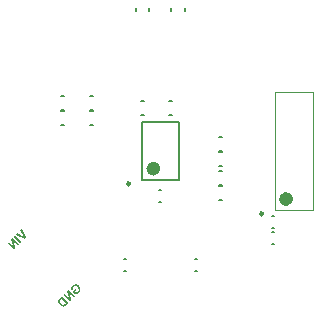
<source format=gbo>
G04*
G04 #@! TF.GenerationSoftware,Altium Limited,Altium Designer,23.3.1 (30)*
G04*
G04 Layer_Color=12040119*
%FSLAX43Y43*%
%MOMM*%
G71*
G04*
G04 #@! TF.SameCoordinates,68B4457D-8A2E-4C3C-B976-16FA262DB654*
G04*
G04*
G04 #@! TF.FilePolarity,Positive*
G04*
G01*
G75*
%ADD10C,0.600*%
%ADD11C,0.250*%
%ADD12C,0.150*%
%ADD13C,0.100*%
G36*
X-11369Y-7305D02*
X-11487Y-7423D01*
X-12222Y-7074D01*
X-12106Y-6958D01*
X-11573Y-7227D01*
X-11836Y-6688D01*
X-11718Y-6570D01*
X-11369Y-7305D01*
D02*
G37*
G36*
X-11732Y-7668D02*
X-11842Y-7778D01*
X-12384Y-7236D01*
X-12274Y-7126D01*
X-11732Y-7668D01*
D02*
G37*
G36*
X-11947Y-7883D02*
X-12048Y-7984D01*
X-12403Y-7630D01*
X-12267Y-8203D01*
X-12377Y-8313D01*
X-12919Y-7771D01*
X-12817Y-7670D01*
X-12454Y-8033D01*
X-12595Y-7447D01*
X-12489Y-7341D01*
X-11947Y-7883D01*
D02*
G37*
G36*
X-7150Y-11275D02*
X-7135Y-11276D01*
X-7122Y-11278D01*
X-7109Y-11279D01*
X-7098Y-11281D01*
X-7089Y-11283D01*
X-7082Y-11285D01*
X-7076Y-11286D01*
X-7073Y-11287D01*
X-7071Y-11287D01*
X-7053Y-11293D01*
X-7034Y-11301D01*
X-7017Y-11309D01*
X-7000Y-11318D01*
X-6984Y-11327D01*
X-6969Y-11337D01*
X-6954Y-11346D01*
X-6941Y-11356D01*
X-6929Y-11365D01*
X-6918Y-11374D01*
X-6909Y-11382D01*
X-6900Y-11388D01*
X-6895Y-11394D01*
X-6892Y-11396D01*
X-6890Y-11398D01*
X-6888Y-11400D01*
X-6887Y-11401D01*
X-6886Y-11402D01*
X-6886Y-11402D01*
X-6872Y-11417D01*
X-6859Y-11432D01*
X-6847Y-11448D01*
X-6835Y-11463D01*
X-6825Y-11478D01*
X-6816Y-11492D01*
X-6808Y-11506D01*
X-6801Y-11520D01*
X-6794Y-11532D01*
X-6788Y-11543D01*
X-6784Y-11553D01*
X-6780Y-11561D01*
X-6777Y-11569D01*
X-6775Y-11574D01*
X-6774Y-11577D01*
X-6773Y-11578D01*
X-6767Y-11597D01*
X-6763Y-11615D01*
X-6759Y-11633D01*
X-6757Y-11650D01*
X-6756Y-11667D01*
X-6756Y-11684D01*
X-6756Y-11699D01*
X-6757Y-11713D01*
X-6758Y-11727D01*
X-6759Y-11738D01*
X-6761Y-11749D01*
X-6763Y-11758D01*
X-6764Y-11765D01*
X-6765Y-11771D01*
X-6766Y-11774D01*
X-6766Y-11775D01*
X-6772Y-11793D01*
X-6779Y-11811D01*
X-6787Y-11828D01*
X-6795Y-11846D01*
X-6805Y-11861D01*
X-6814Y-11877D01*
X-6823Y-11891D01*
X-6833Y-11904D01*
X-6842Y-11916D01*
X-6851Y-11927D01*
X-6859Y-11936D01*
X-6865Y-11944D01*
X-6871Y-11950D01*
X-6873Y-11953D01*
X-6879Y-11959D01*
X-6892Y-11971D01*
X-6905Y-11983D01*
X-6918Y-11994D01*
X-6932Y-12004D01*
X-6945Y-12013D01*
X-6958Y-12022D01*
X-6970Y-12030D01*
X-6983Y-12038D01*
X-6994Y-12044D01*
X-7004Y-12049D01*
X-7013Y-12054D01*
X-7021Y-12058D01*
X-7027Y-12062D01*
X-7032Y-12064D01*
X-7035Y-12065D01*
X-7036Y-12066D01*
X-7052Y-12073D01*
X-7069Y-12079D01*
X-7084Y-12085D01*
X-7099Y-12089D01*
X-7113Y-12093D01*
X-7126Y-12096D01*
X-7138Y-12099D01*
X-7149Y-12101D01*
X-7159Y-12103D01*
X-7168Y-12104D01*
X-7176Y-12106D01*
X-7183Y-12106D01*
X-7188Y-12106D01*
X-7191Y-12107D01*
X-7194D01*
X-7411Y-11891D01*
X-7175Y-11655D01*
X-7083Y-11747D01*
X-7209Y-11872D01*
X-7140Y-11941D01*
X-7123Y-11938D01*
X-7106Y-11934D01*
X-7091Y-11930D01*
X-7077Y-11925D01*
X-7071Y-11923D01*
X-7065Y-11921D01*
X-7060Y-11919D01*
X-7056Y-11917D01*
X-7052Y-11916D01*
X-7050Y-11915D01*
X-7048Y-11914D01*
X-7048Y-11914D01*
X-7030Y-11905D01*
X-7014Y-11896D01*
X-7001Y-11887D01*
X-6994Y-11883D01*
X-6988Y-11878D01*
X-6983Y-11874D01*
X-6979Y-11870D01*
X-6975Y-11867D01*
X-6972Y-11864D01*
X-6969Y-11862D01*
X-6965Y-11858D01*
X-6953Y-11845D01*
X-6943Y-11832D01*
X-6934Y-11818D01*
X-6926Y-11804D01*
X-6920Y-11790D01*
X-6914Y-11777D01*
X-6911Y-11764D01*
X-6907Y-11752D01*
X-6905Y-11741D01*
X-6903Y-11730D01*
X-6902Y-11721D01*
X-6902Y-11713D01*
X-6901Y-11706D01*
Y-11702D01*
Y-11698D01*
Y-11698D01*
X-6903Y-11681D01*
X-6907Y-11664D01*
X-6913Y-11646D01*
X-6920Y-11630D01*
X-6927Y-11614D01*
X-6936Y-11599D01*
X-6945Y-11584D01*
X-6954Y-11570D01*
X-6963Y-11557D01*
X-6972Y-11546D01*
X-6980Y-11536D01*
X-6988Y-11527D01*
X-6991Y-11523D01*
X-6994Y-11520D01*
X-6996Y-11517D01*
X-6999Y-11515D01*
X-7001Y-11513D01*
X-7002Y-11512D01*
X-7003Y-11511D01*
X-7003Y-11511D01*
X-7019Y-11495D01*
X-7036Y-11481D01*
X-7052Y-11469D01*
X-7068Y-11458D01*
X-7084Y-11449D01*
X-7098Y-11442D01*
X-7112Y-11436D01*
X-7125Y-11431D01*
X-7137Y-11427D01*
X-7147Y-11424D01*
X-7157Y-11422D01*
X-7165Y-11420D01*
X-7171Y-11419D01*
X-7176Y-11418D01*
X-7196D01*
X-7212Y-11420D01*
X-7227Y-11423D01*
X-7242Y-11427D01*
X-7256Y-11432D01*
X-7269Y-11439D01*
X-7281Y-11444D01*
X-7293Y-11451D01*
X-7303Y-11458D01*
X-7312Y-11464D01*
X-7320Y-11470D01*
X-7327Y-11475D01*
X-7332Y-11480D01*
X-7337Y-11483D01*
X-7340Y-11486D01*
X-7348Y-11495D01*
X-7355Y-11504D01*
X-7362Y-11514D01*
X-7368Y-11522D01*
X-7373Y-11531D01*
X-7378Y-11540D01*
X-7382Y-11547D01*
X-7385Y-11555D01*
X-7387Y-11562D01*
X-7390Y-11568D01*
X-7392Y-11574D01*
X-7393Y-11579D01*
X-7394Y-11583D01*
X-7395Y-11586D01*
X-7395Y-11588D01*
Y-11588D01*
X-7396Y-11599D01*
Y-11609D01*
X-7396Y-11619D01*
X-7396Y-11628D01*
X-7395Y-11637D01*
X-7393Y-11646D01*
X-7391Y-11655D01*
X-7389Y-11662D01*
X-7386Y-11669D01*
X-7384Y-11675D01*
X-7382Y-11681D01*
X-7380Y-11686D01*
X-7378Y-11689D01*
X-7377Y-11693D01*
X-7376Y-11694D01*
X-7376Y-11695D01*
X-7505Y-11783D01*
X-7515Y-11765D01*
X-7523Y-11749D01*
X-7530Y-11731D01*
X-7536Y-11715D01*
X-7540Y-11698D01*
X-7544Y-11682D01*
X-7546Y-11668D01*
X-7548Y-11654D01*
X-7549Y-11641D01*
X-7550Y-11629D01*
Y-11619D01*
X-7549Y-11610D01*
Y-11603D01*
X-7548Y-11597D01*
Y-11594D01*
X-7548Y-11593D01*
X-7544Y-11574D01*
X-7539Y-11556D01*
X-7532Y-11537D01*
X-7524Y-11520D01*
X-7516Y-11502D01*
X-7505Y-11486D01*
X-7496Y-11470D01*
X-7485Y-11456D01*
X-7476Y-11442D01*
X-7466Y-11430D01*
X-7457Y-11419D01*
X-7449Y-11410D01*
X-7446Y-11406D01*
X-7443Y-11403D01*
X-7440Y-11399D01*
X-7433Y-11393D01*
X-7419Y-11379D01*
X-7404Y-11366D01*
X-7390Y-11354D01*
X-7376Y-11344D01*
X-7362Y-11334D01*
X-7349Y-11326D01*
X-7337Y-11318D01*
X-7326Y-11312D01*
X-7315Y-11307D01*
X-7306Y-11302D01*
X-7297Y-11298D01*
X-7290Y-11295D01*
X-7284Y-11293D01*
X-7280Y-11291D01*
X-7277Y-11290D01*
X-7276Y-11290D01*
X-7257Y-11284D01*
X-7238Y-11280D01*
X-7219Y-11277D01*
X-7201Y-11275D01*
X-7183Y-11274D01*
X-7166D01*
X-7150Y-11275D01*
D02*
G37*
G36*
X-7222Y-12283D02*
X-7323Y-12384D01*
X-7678Y-12030D01*
X-7542Y-12603D01*
X-7652Y-12713D01*
X-8194Y-12171D01*
X-8092Y-12070D01*
X-7729Y-12433D01*
X-7870Y-11847D01*
X-7764Y-11741D01*
X-7222Y-12283D01*
D02*
G37*
G36*
X-7767Y-12828D02*
X-7984Y-13045D01*
X-7995Y-13055D01*
X-8005Y-13064D01*
X-8016Y-13073D01*
X-8025Y-13081D01*
X-8034Y-13088D01*
X-8042Y-13094D01*
X-8050Y-13099D01*
X-8057Y-13104D01*
X-8063Y-13108D01*
X-8068Y-13112D01*
X-8073Y-13115D01*
X-8076Y-13117D01*
X-8079Y-13119D01*
X-8081Y-13119D01*
X-8081Y-13120D01*
X-8093Y-13126D01*
X-8105Y-13131D01*
X-8116Y-13135D01*
X-8127Y-13139D01*
X-8137Y-13142D01*
X-8147Y-13145D01*
X-8156Y-13147D01*
X-8165Y-13149D01*
X-8173Y-13150D01*
X-8180Y-13151D01*
X-8186Y-13152D01*
X-8191Y-13153D01*
X-8195D01*
X-8199Y-13153D01*
X-8215D01*
X-8229Y-13152D01*
X-8243Y-13150D01*
X-8257Y-13148D01*
X-8270Y-13145D01*
X-8283Y-13142D01*
X-8295Y-13138D01*
X-8306Y-13135D01*
X-8317Y-13131D01*
X-8326Y-13128D01*
X-8334Y-13124D01*
X-8341Y-13121D01*
X-8347Y-13119D01*
X-8351Y-13117D01*
X-8354Y-13116D01*
X-8355Y-13115D01*
X-8367Y-13109D01*
X-8379Y-13102D01*
X-8403Y-13087D01*
X-8425Y-13071D01*
X-8436Y-13062D01*
X-8445Y-13055D01*
X-8454Y-13047D01*
X-8462Y-13040D01*
X-8470Y-13034D01*
X-8475Y-13028D01*
X-8480Y-13024D01*
X-8484Y-13020D01*
X-8486Y-13018D01*
X-8487Y-13017D01*
X-8501Y-13003D01*
X-8514Y-12989D01*
X-8526Y-12975D01*
X-8536Y-12962D01*
X-8546Y-12949D01*
X-8555Y-12937D01*
X-8563Y-12926D01*
X-8571Y-12915D01*
X-8577Y-12906D01*
X-8582Y-12897D01*
X-8587Y-12890D01*
X-8590Y-12883D01*
X-8593Y-12878D01*
X-8595Y-12874D01*
X-8597Y-12872D01*
Y-12871D01*
X-8603Y-12858D01*
X-8608Y-12845D01*
X-8613Y-12832D01*
X-8617Y-12820D01*
X-8620Y-12808D01*
X-8623Y-12796D01*
X-8626Y-12786D01*
X-8628Y-12775D01*
X-8629Y-12766D01*
X-8631Y-12758D01*
X-8632Y-12750D01*
X-8632Y-12744D01*
X-8633Y-12738D01*
X-8633Y-12735D01*
Y-12733D01*
Y-12732D01*
Y-12718D01*
X-8632Y-12706D01*
X-8631Y-12693D01*
X-8629Y-12682D01*
X-8626Y-12670D01*
X-8624Y-12659D01*
X-8621Y-12649D01*
X-8618Y-12639D01*
X-8615Y-12631D01*
X-8612Y-12623D01*
X-8609Y-12616D01*
X-8606Y-12610D01*
X-8604Y-12606D01*
X-8602Y-12603D01*
X-8602Y-12600D01*
X-8601Y-12600D01*
X-8596Y-12591D01*
X-8590Y-12582D01*
X-8584Y-12572D01*
X-8577Y-12563D01*
X-8561Y-12544D01*
X-8553Y-12535D01*
X-8546Y-12526D01*
X-8539Y-12518D01*
X-8532Y-12510D01*
X-8525Y-12503D01*
X-8520Y-12497D01*
X-8309Y-12287D01*
X-7767Y-12828D01*
D02*
G37*
%LPC*%
G36*
X-8327Y-12487D02*
X-8388Y-12549D01*
X-8398Y-12560D01*
X-8409Y-12570D01*
X-8417Y-12579D01*
X-8425Y-12588D01*
X-8432Y-12596D01*
X-8438Y-12603D01*
X-8443Y-12609D01*
X-8448Y-12615D01*
X-8451Y-12619D01*
X-8454Y-12623D01*
X-8456Y-12626D01*
X-8458Y-12629D01*
X-8460Y-12630D01*
X-8460Y-12632D01*
X-8460Y-12632D01*
X-8468Y-12646D01*
X-8475Y-12660D01*
X-8479Y-12673D01*
X-8482Y-12684D01*
X-8484Y-12694D01*
X-8485Y-12698D01*
X-8485Y-12702D01*
X-8486Y-12704D01*
Y-12707D01*
Y-12707D01*
Y-12708D01*
X-8485Y-12723D01*
X-8483Y-12738D01*
X-8479Y-12751D01*
X-8476Y-12765D01*
X-8471Y-12775D01*
X-8469Y-12780D01*
X-8468Y-12784D01*
X-8466Y-12787D01*
X-8465Y-12790D01*
X-8465Y-12791D01*
X-8464Y-12792D01*
X-8460Y-12800D01*
X-8454Y-12809D01*
X-8448Y-12818D01*
X-8441Y-12828D01*
X-8427Y-12846D01*
X-8420Y-12854D01*
X-8413Y-12862D01*
X-8407Y-12870D01*
X-8400Y-12877D01*
X-8395Y-12883D01*
X-8389Y-12889D01*
X-8385Y-12893D01*
X-8382Y-12897D01*
X-8380Y-12899D01*
X-8379Y-12899D01*
X-8368Y-12911D01*
X-8357Y-12921D01*
X-8346Y-12931D01*
X-8336Y-12940D01*
X-8326Y-12948D01*
X-8317Y-12955D01*
X-8308Y-12961D01*
X-8301Y-12967D01*
X-8293Y-12972D01*
X-8287Y-12976D01*
X-8282Y-12980D01*
X-8277Y-12982D01*
X-8274Y-12984D01*
X-8271Y-12986D01*
X-8269Y-12987D01*
X-8269Y-12987D01*
X-8260Y-12992D01*
X-8252Y-12995D01*
X-8244Y-12999D01*
X-8236Y-13002D01*
X-8229Y-13004D01*
X-8223Y-13006D01*
X-8216Y-13007D01*
X-8210Y-13009D01*
X-8205Y-13010D01*
X-8201Y-13010D01*
X-8197Y-13011D01*
X-8194Y-13011D01*
X-8188D01*
X-8175Y-13009D01*
X-8163Y-13007D01*
X-8152Y-13003D01*
X-8142Y-12999D01*
X-8134Y-12995D01*
X-8130Y-12994D01*
X-8127Y-12992D01*
X-8125Y-12991D01*
X-8123Y-12990D01*
X-8122Y-12989D01*
X-8121Y-12989D01*
X-8117Y-12986D01*
X-8111Y-12982D01*
X-8100Y-12973D01*
X-8088Y-12963D01*
X-8076Y-12953D01*
X-8071Y-12948D01*
X-8066Y-12943D01*
X-8061Y-12939D01*
X-7968Y-12846D01*
X-8327Y-12487D01*
D02*
G37*
%LPD*%
D10*
X10953Y-4050D02*
G03*
X10953Y-4050I-300J0D01*
G01*
X-275Y-1475D02*
G03*
X-275Y-1475I-300J0D01*
G01*
D11*
X8703Y-5295D02*
G03*
X8703Y-5295I-125J0D01*
G01*
X-2575Y-2755D02*
G03*
X-2575Y-2755I-125J0D01*
G01*
D12*
X-918Y11880D02*
Y12120D01*
X-2082Y11880D02*
Y12120D01*
X2082Y11880D02*
Y12120D01*
X918Y11880D02*
Y12120D01*
X4960Y-53D02*
X5200D01*
X4960Y-1217D02*
X5200D01*
X4960Y1217D02*
X5200D01*
X4960Y53D02*
X5200D01*
X9443Y-6489D02*
X9607Y-6489D01*
X9443Y-5449D02*
X9607D01*
X4960Y-1704D02*
X5200D01*
X4960Y-2868D02*
X5200D01*
X4960Y-4138D02*
X5200D01*
X4960Y-2974D02*
X5200D01*
X9443Y-7886D02*
X9607Y-7886D01*
X9443Y-6846D02*
X9607D01*
X-5962Y3376D02*
X-5722D01*
X-5962Y2212D02*
X-5722D01*
X-5962Y4646D02*
X-5722D01*
X-5962Y3482D02*
X-5722D01*
X719Y3101D02*
X959D01*
X719Y4265D02*
X959D01*
X-8375Y3376D02*
X-8135D01*
X-8375Y2212D02*
X-8135D01*
X-8375Y4646D02*
X-8135D01*
X-8375Y3482D02*
X-8135D01*
X-1644Y3101D02*
X-1404D01*
X-1644Y4265D02*
X-1404D01*
X-82Y-3290D02*
X82Y-3290D01*
X-82Y-4330D02*
X82Y-4330D01*
X-3082Y-9117D02*
X-2918D01*
X-3082Y-10157D02*
X-2918Y-10157D01*
X2918Y-9117D02*
X3082Y-9117D01*
X2918Y-10157D02*
X3082Y-10157D01*
X-1550Y-2450D02*
Y2450D01*
X1550Y-2450D02*
Y2450D01*
X-1550Y-2450D02*
X1550D01*
X-1550Y2450D02*
X1550D01*
D13*
X1649Y-6237D02*
G03*
X1649Y-6237I-49J0D01*
G01*
X-4351Y-6237D02*
G03*
X-4351Y-6237I-49J0D01*
G01*
X9703Y5000D02*
X12903D01*
X9703Y-5000D02*
X12903Y-5000D01*
X12903Y5000D01*
X9703Y-5000D02*
X9703Y5000D01*
M02*

</source>
